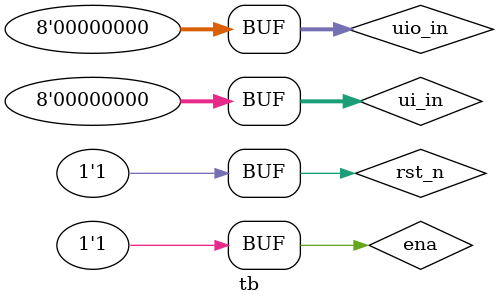
<source format=v>
`default_nettype none
`timescale 1ns / 1ps

/* This testbench just instantiates the module and makes some convenient wires
   that can be driven / tested by the cocotb test.py.
*/
module tb ();

  // Dump the signals to a VCD file. You can view it with gtkwave or surfer.
  initial begin
    $dumpfile("tb.vcd");
    $dumpvars(0, tb);
    #1;
  end

  // Wire up the inputs and outputs:
  reg clk;
  reg rst_n = 1;
  reg ena =1'b1; 
  reg [7:0] ui_in = 8'd0;
  reg [7:0] uio_in = 8'd0;
  wire [7:0] uo_out;
  wire [7:0] uio_out;
  wire [7:0] uio_oe;
  
`ifdef GL_TEST
  wire VPWR = 1'b1;
  wire VGND = 1'b0;
`endif

  // Replace tt_um_example with your module name:
  tt_um_whack_a_mole user_project (

      // Include power ports for the Gate Level test:
`ifdef GL_TEST
      .VPWR(VPWR),
      .VGND(VGND),
`endif

      .ui_in  (ui_in),    // Dedicated inputs
      .uo_out (uo_out),   // Dedicated outputs
      .uio_in (uio_in),   // IOs: Input path
      .uio_out(uio_out),  // IOs: Output path
      .uio_oe (uio_oe),   // IOs: Enable path (active high: 0=input, 1=output)
      .ena    (ena),      // enable - goes high when design is selected
      .clk    (clk),      // clock
      .rst_n  (rst_n)     // not reset
  );

endmodule

</source>
